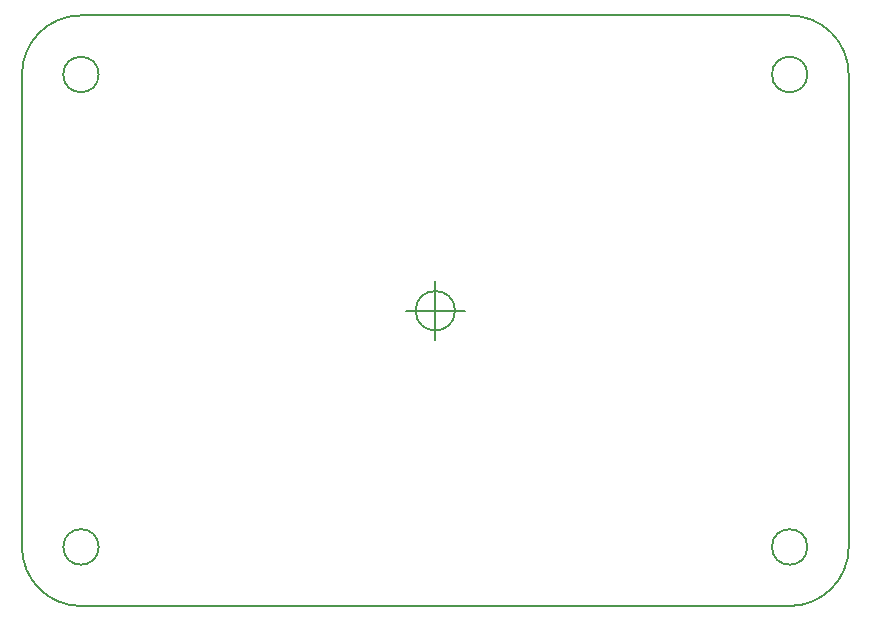
<source format=gbr>
G04 #@! TF.GenerationSoftware,KiCad,Pcbnew,(5.0.1)-3*
G04 #@! TF.CreationDate,2022-06-14T20:04:15+08:00*
G04 #@! TF.ProjectId,Omnibot V1,4F6D6E69626F742056312E6B69636164,rev?*
G04 #@! TF.SameCoordinates,Original*
G04 #@! TF.FileFunction,Profile,NP*
%FSLAX46Y46*%
G04 Gerber Fmt 4.6, Leading zero omitted, Abs format (unit mm)*
G04 Created by KiCad (PCBNEW (5.0.1)-3) date 14-Jun-22 8:04:15 PM*
%MOMM*%
%LPD*%
G01*
G04 APERTURE LIST*
%ADD10C,0.200000*%
G04 APERTURE END LIST*
D10*
X85000000Y-70000000D02*
G75*
G02X80000000Y-75000000I-5000000J0D01*
G01*
X20000000Y-75000000D02*
G75*
G02X15000000Y-70000000I0J5000000D01*
G01*
X15000000Y-30000000D02*
G75*
G02X20000000Y-25000000I5000000J0D01*
G01*
X80000000Y-25000000D02*
G75*
G02X85000000Y-30000000I0J-5000000D01*
G01*
X51666666Y-50000000D02*
G75*
G03X51666666Y-50000000I-1666666J0D01*
G01*
X47500000Y-50000000D02*
X52500000Y-50000000D01*
X50000000Y-47500000D02*
X50000000Y-52500000D01*
X81500000Y-30000000D02*
G75*
G03X81500000Y-30000000I-1500000J0D01*
G01*
X81500000Y-70000000D02*
G75*
G03X81500000Y-70000000I-1500000J0D01*
G01*
X21500000Y-70000000D02*
G75*
G03X21500000Y-70000000I-1500000J0D01*
G01*
X21500000Y-30000000D02*
G75*
G03X21500000Y-30000000I-1500000J0D01*
G01*
X85000000Y-70000000D02*
X85000000Y-30000000D01*
X20000000Y-75000000D02*
X80000000Y-75000000D01*
X20000000Y-25000000D02*
X80000000Y-25000000D01*
X15000000Y-30000000D02*
X15000000Y-70000000D01*
M02*

</source>
